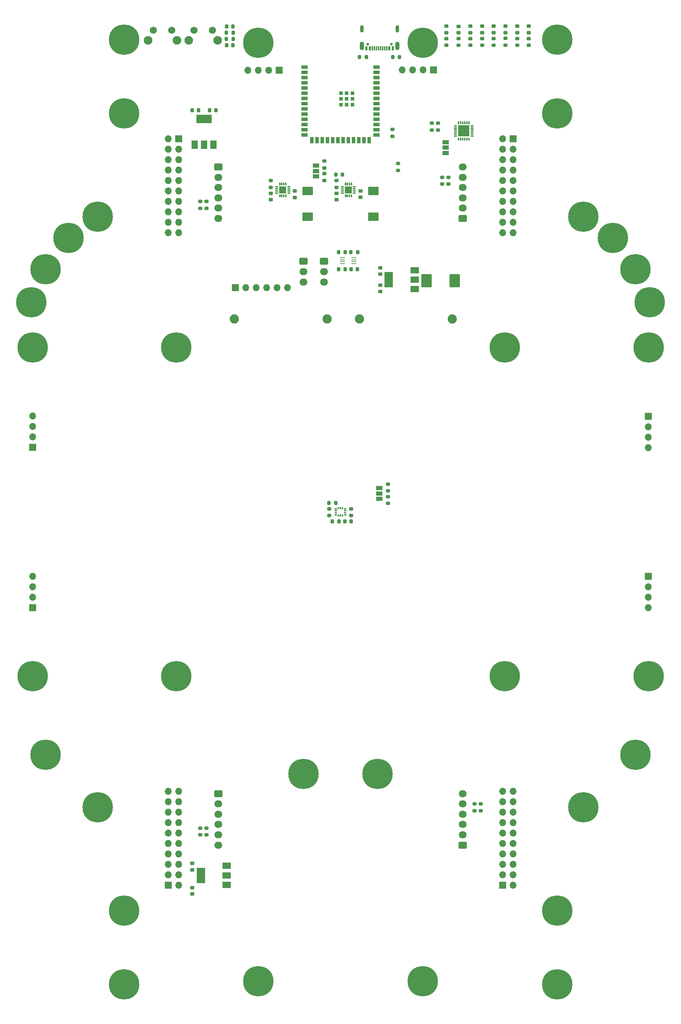
<source format=gbs>
%TF.GenerationSoftware,KiCad,Pcbnew,7.0.10*%
%TF.CreationDate,2024-01-17T11:14:51+01:00*%
%TF.ProjectId,Edurob,45647572-6f62-42e6-9b69-6361645f7063,rev?*%
%TF.SameCoordinates,Original*%
%TF.FileFunction,Soldermask,Bot*%
%TF.FilePolarity,Negative*%
%FSLAX46Y46*%
G04 Gerber Fmt 4.6, Leading zero omitted, Abs format (unit mm)*
G04 Created by KiCad (PCBNEW 7.0.10) date 2024-01-17 11:14:51*
%MOMM*%
%LPD*%
G01*
G04 APERTURE LIST*
G04 Aperture macros list*
%AMRoundRect*
0 Rectangle with rounded corners*
0 $1 Rounding radius*
0 $2 $3 $4 $5 $6 $7 $8 $9 X,Y pos of 4 corners*
0 Add a 4 corners polygon primitive as box body*
4,1,4,$2,$3,$4,$5,$6,$7,$8,$9,$2,$3,0*
0 Add four circle primitives for the rounded corners*
1,1,$1+$1,$2,$3*
1,1,$1+$1,$4,$5*
1,1,$1+$1,$6,$7*
1,1,$1+$1,$8,$9*
0 Add four rect primitives between the rounded corners*
20,1,$1+$1,$2,$3,$4,$5,0*
20,1,$1+$1,$4,$5,$6,$7,0*
20,1,$1+$1,$6,$7,$8,$9,0*
20,1,$1+$1,$8,$9,$2,$3,0*%
G04 Aperture macros list end*
%ADD10R,1.700000X1.700000*%
%ADD11O,1.700000X1.700000*%
%ADD12RoundRect,0.200000X0.200000X0.275000X-0.200000X0.275000X-0.200000X-0.275000X0.200000X-0.275000X0*%
%ADD13RoundRect,0.200000X-0.200000X-0.275000X0.200000X-0.275000X0.200000X0.275000X-0.200000X0.275000X0*%
%ADD14RoundRect,0.200000X0.275000X-0.200000X0.275000X0.200000X-0.275000X0.200000X-0.275000X-0.200000X0*%
%ADD15RoundRect,0.200000X-0.275000X0.200000X-0.275000X-0.200000X0.275000X-0.200000X0.275000X0.200000X0*%
%ADD16RoundRect,0.225000X-0.250000X0.225000X-0.250000X-0.225000X0.250000X-0.225000X0.250000X0.225000X0*%
%ADD17C,7.400000*%
%ADD18R,2.000000X1.500000*%
%ADD19R,2.000000X3.800000*%
%ADD20RoundRect,0.250000X-0.725000X0.600000X-0.725000X-0.600000X0.725000X-0.600000X0.725000X0.600000X0*%
%ADD21O,1.950000X1.700000*%
%ADD22RoundRect,0.218750X-0.256250X0.218750X-0.256250X-0.218750X0.256250X-0.218750X0.256250X0.218750X0*%
%ADD23RoundRect,0.225000X-0.225000X-0.250000X0.225000X-0.250000X0.225000X0.250000X-0.225000X0.250000X0*%
%ADD24R,1.500000X1.000000*%
%ADD25C,2.100000*%
%ADD26C,1.750000*%
%ADD27RoundRect,0.225000X0.250000X-0.225000X0.250000X0.225000X-0.250000X0.225000X-0.250000X-0.225000X0*%
%ADD28RoundRect,0.250000X-1.025000X0.787500X-1.025000X-0.787500X1.025000X-0.787500X1.025000X0.787500X0*%
%ADD29C,2.250000*%
%ADD30R,0.800000X0.300000*%
%ADD31R,0.300000X0.800000*%
%ADD32R,2.750000X2.750000*%
%ADD33R,1.500000X2.000000*%
%ADD34R,3.800000X2.000000*%
%ADD35R,1.500000X0.900000*%
%ADD36R,0.900000X1.500000*%
%ADD37R,0.900000X0.900000*%
%ADD38R,1.168400X0.254000*%
%ADD39C,0.650000*%
%ADD40R,0.600000X1.140000*%
%ADD41R,0.300000X1.140000*%
%ADD42O,1.050000X2.100000*%
%ADD43O,0.900000X1.800000*%
%ADD44RoundRect,0.250000X-1.000000X1.400000X-1.000000X-1.400000X1.000000X-1.400000X1.000000X1.400000X0*%
%ADD45RoundRect,0.250000X0.725000X-0.600000X0.725000X0.600000X-0.725000X0.600000X-0.725000X-0.600000X0*%
%ADD46RoundRect,0.225000X0.225000X0.250000X-0.225000X0.250000X-0.225000X-0.250000X0.225000X-0.250000X0*%
%ADD47R,0.600000X0.300000*%
%ADD48R,0.300000X0.600000*%
G04 APERTURE END LIST*
D10*
%TO.C,J6*%
X125000000Y-173300000D03*
D11*
X125000000Y-170760000D03*
X125000000Y-168220000D03*
X125000000Y-165680000D03*
%TD*%
D10*
%TO.C,J11*%
X125000000Y-134300000D03*
D11*
X125000000Y-131760000D03*
X125000000Y-129220000D03*
X125000000Y-126680000D03*
%TD*%
D10*
%TO.C,J16*%
X160540000Y-59140000D03*
D11*
X158000000Y-59140000D03*
X160540000Y-61680000D03*
X158000000Y-61680000D03*
X160540000Y-64220000D03*
X158000000Y-64220000D03*
X160540000Y-66760000D03*
X158000000Y-66760000D03*
X160540000Y-69300000D03*
X158000000Y-69300000D03*
X160540000Y-71840000D03*
X158000000Y-71840000D03*
X160540000Y-74380000D03*
X158000000Y-74380000D03*
X160540000Y-76920000D03*
X158000000Y-76920000D03*
X160540000Y-79460000D03*
X158000000Y-79460000D03*
X160540000Y-82000000D03*
X158000000Y-82000000D03*
%TD*%
D10*
%TO.C,J15*%
X242000000Y-59140000D03*
D11*
X239460000Y-59140000D03*
X242000000Y-61680000D03*
X239460000Y-61680000D03*
X242000000Y-64220000D03*
X239460000Y-64220000D03*
X242000000Y-66760000D03*
X239460000Y-66760000D03*
X242000000Y-69300000D03*
X239460000Y-69300000D03*
X242000000Y-71840000D03*
X239460000Y-71840000D03*
X242000000Y-74380000D03*
X239460000Y-74380000D03*
X242000000Y-76920000D03*
X239460000Y-76920000D03*
X242000000Y-79460000D03*
X239460000Y-79460000D03*
X242000000Y-82000000D03*
X239460000Y-82000000D03*
%TD*%
D10*
%TO.C,J17*%
X158000000Y-240860000D03*
D11*
X160540000Y-240860000D03*
X158000000Y-238320000D03*
X160540000Y-238320000D03*
X158000000Y-235780000D03*
X160540000Y-235780000D03*
X158000000Y-233240000D03*
X160540000Y-233240000D03*
X158000000Y-230700000D03*
X160540000Y-230700000D03*
X158000000Y-228160000D03*
X160540000Y-228160000D03*
X158000000Y-225620000D03*
X160540000Y-225620000D03*
X158000000Y-223080000D03*
X160540000Y-223080000D03*
X158000000Y-220540000D03*
X160540000Y-220540000D03*
X158000000Y-218000000D03*
X160540000Y-218000000D03*
%TD*%
D10*
%TO.C,J18*%
X239460000Y-240860000D03*
D11*
X242000000Y-240860000D03*
X239460000Y-238320000D03*
X242000000Y-238320000D03*
X239460000Y-235780000D03*
X242000000Y-235780000D03*
X239460000Y-233240000D03*
X242000000Y-233240000D03*
X239460000Y-230700000D03*
X242000000Y-230700000D03*
X239460000Y-228160000D03*
X242000000Y-228160000D03*
X239460000Y-225620000D03*
X242000000Y-225620000D03*
X239460000Y-223080000D03*
X242000000Y-223080000D03*
X239460000Y-220540000D03*
X242000000Y-220540000D03*
X239460000Y-218000000D03*
X242000000Y-218000000D03*
%TD*%
D12*
%TO.C,R3*%
X214350063Y-39222779D03*
X212700063Y-39222779D03*
%TD*%
D13*
%TO.C,R9*%
X199490920Y-86731788D03*
X201140920Y-86731788D03*
%TD*%
D14*
%TO.C,R33*%
X197258956Y-150863633D03*
X197258956Y-149213633D03*
%TD*%
D15*
%TO.C,R5*%
X211500000Y-146250000D03*
X211500000Y-147900000D03*
%TD*%
D12*
%TO.C,R1*%
X206249873Y-39222779D03*
X204599873Y-39222779D03*
%TD*%
D14*
%TO.C,R35*%
X223702687Y-57010286D03*
X223702687Y-55360286D03*
%TD*%
D16*
%TO.C,C15*%
X199030730Y-72429686D03*
X199030730Y-73979686D03*
%TD*%
D17*
%TO.C,H22*%
X147250000Y-247000000D03*
%TD*%
D18*
%TO.C,U3*%
X172250000Y-236150000D03*
X172250000Y-238450000D03*
D19*
X165950000Y-238450000D03*
D18*
X172250000Y-240750000D03*
%TD*%
D20*
%TO.C,J8*%
X170250000Y-66040000D03*
D21*
X170250000Y-68540000D03*
X170250000Y-71040000D03*
X170250000Y-73540000D03*
X170250000Y-76040000D03*
X170250000Y-78540000D03*
%TD*%
D17*
%TO.C,H10*%
X275297577Y-98919229D03*
%TD*%
D22*
%TO.C,D3*%
X245861312Y-31744343D03*
X245861312Y-33319343D03*
%TD*%
D23*
%TO.C,C8*%
X172236370Y-36381827D03*
X173786370Y-36381827D03*
%TD*%
D22*
%TO.C,D8*%
X231567356Y-31758954D03*
X231567356Y-33333954D03*
%TD*%
D24*
%TO.C,JP1*%
X209464099Y-146794605D03*
X209464099Y-145494605D03*
X209464099Y-144194605D03*
%TD*%
D25*
%TO.C,SW1*%
X170025000Y-35206240D03*
X163015000Y-35206240D03*
D26*
X168775000Y-32716240D03*
X164275000Y-32716240D03*
%TD*%
D27*
%TO.C,C7*%
X163893827Y-237111710D03*
X163893827Y-235561710D03*
%TD*%
D14*
%TO.C,R34*%
X222176728Y-57004367D03*
X222176728Y-55354367D03*
%TD*%
D17*
%TO.C,H21*%
X140869165Y-221858757D03*
%TD*%
D14*
%TO.C,R28*%
X237309020Y-36409220D03*
X237309020Y-34759220D03*
%TD*%
D17*
%TO.C,H40*%
X147250000Y-53000000D03*
%TD*%
D14*
%TO.C,R36*%
X214000000Y-66825000D03*
X214000000Y-65175000D03*
%TD*%
D28*
%TO.C,C17*%
X208000000Y-71887500D03*
X208000000Y-78112500D03*
%TD*%
D22*
%TO.C,D9*%
X228725212Y-31779823D03*
X228725212Y-33354823D03*
%TD*%
%TO.C,D7*%
X234490093Y-31746424D03*
X234490093Y-33321424D03*
%TD*%
D29*
%TO.C,F1*%
X204600000Y-103000000D03*
X227200000Y-103000000D03*
%TD*%
D17*
%TO.C,H38*%
X180000000Y-35750000D03*
%TD*%
%TO.C,H5*%
X252750000Y-35000000D03*
%TD*%
D14*
%TO.C,R20*%
X165802449Y-228581786D03*
X165802449Y-226931786D03*
%TD*%
D17*
%TO.C,H4*%
X252750000Y-53000000D03*
%TD*%
D15*
%TO.C,R23*%
X226236979Y-68551379D03*
X226236979Y-70201379D03*
%TD*%
D12*
%TO.C,R8*%
X204165972Y-86731788D03*
X202515972Y-86731788D03*
%TD*%
D20*
%TO.C,J10*%
X196000000Y-89000000D03*
D21*
X196000000Y-91500000D03*
X196000000Y-94000000D03*
%TD*%
D10*
%TO.C,J2*%
X274975000Y-165700000D03*
D11*
X274975000Y-168240000D03*
X274975000Y-170780000D03*
X274975000Y-173320000D03*
%TD*%
D23*
%TO.C,C10*%
X201048381Y-152299222D03*
X202598381Y-152299222D03*
%TD*%
D17*
%TO.C,H39*%
X147250000Y-35000000D03*
%TD*%
D10*
%TO.C,J3*%
X274975000Y-126700000D03*
D11*
X274975000Y-129240000D03*
X274975000Y-131780000D03*
X274975000Y-134320000D03*
%TD*%
D17*
%TO.C,H19*%
X160000000Y-110000000D03*
%TD*%
D30*
%TO.C,IC2*%
X203369384Y-70870959D03*
X203369384Y-71370959D03*
X203369384Y-71870959D03*
X203369384Y-72370959D03*
D31*
X202669384Y-73070959D03*
X202169384Y-73070959D03*
X201669384Y-73070959D03*
X201169384Y-73070959D03*
D30*
X200469384Y-72370959D03*
X200469384Y-71870959D03*
X200469384Y-71370959D03*
X200469384Y-70870959D03*
D31*
X201169384Y-70170959D03*
X201669384Y-70170959D03*
X202169384Y-70170959D03*
X202669384Y-70170959D03*
D10*
X201919384Y-71620959D03*
%TD*%
D23*
%TO.C,C5*%
X168090979Y-52252046D03*
X169640979Y-52252046D03*
%TD*%
D14*
%TO.C,R26*%
X245861312Y-36394343D03*
X245861312Y-34744343D03*
%TD*%
D16*
%TO.C,C6*%
X163893827Y-241425000D03*
X163893827Y-242975000D03*
%TD*%
D14*
%TO.C,R31*%
X231564654Y-36394343D03*
X231564654Y-34744343D03*
%TD*%
D18*
%TO.C,U1*%
X218031651Y-91158047D03*
X218031651Y-93458047D03*
D19*
X211731651Y-93458047D03*
D18*
X218031651Y-95758047D03*
%TD*%
D14*
%TO.C,R13*%
X183021877Y-70999704D03*
X183021877Y-69349704D03*
%TD*%
D20*
%TO.C,J12*%
X170250000Y-218576349D03*
D21*
X170250000Y-221076349D03*
X170250000Y-223576349D03*
X170250000Y-226076349D03*
X170250000Y-228576349D03*
X170250000Y-231076349D03*
%TD*%
D31*
%TO.C,IC3*%
X228750000Y-55250000D03*
X229250000Y-55250000D03*
X229750000Y-55250000D03*
X230250000Y-55250000D03*
X230750000Y-55250000D03*
X231250000Y-55250000D03*
D30*
X232000000Y-56000000D03*
X232000000Y-56500000D03*
X232000000Y-57000000D03*
X232000000Y-57500000D03*
X232000000Y-58000000D03*
X232000000Y-58500000D03*
D31*
X231250000Y-59250000D03*
X230750000Y-59250000D03*
X230250000Y-59250000D03*
X229750000Y-59250000D03*
X229250000Y-59250000D03*
X228750000Y-59250000D03*
D30*
X228000000Y-58500000D03*
X228000000Y-58000000D03*
X228000000Y-57500000D03*
X228000000Y-57000000D03*
X228000000Y-56500000D03*
X228000000Y-56000000D03*
D32*
X230000000Y-57250000D03*
%TD*%
D13*
%TO.C,R10*%
X197173321Y-147775014D03*
X198823321Y-147775014D03*
%TD*%
D17*
%TO.C,H15*%
X275000000Y-190000000D03*
%TD*%
D16*
%TO.C,C16*%
X204809382Y-71867113D03*
X204809382Y-73417113D03*
%TD*%
D14*
%TO.C,R37*%
X212650533Y-58562271D03*
X212650533Y-56912271D03*
%TD*%
%TO.C,R18*%
X167344579Y-228581786D03*
X167344579Y-226931786D03*
%TD*%
D33*
%TO.C,U2*%
X169045400Y-60596469D03*
X166745400Y-60596469D03*
D34*
X166745400Y-54296469D03*
D33*
X164445400Y-60596469D03*
%TD*%
D17*
%TO.C,H24*%
X180000000Y-264250000D03*
%TD*%
%TO.C,H3*%
X259130835Y-78141243D03*
%TD*%
D30*
%TO.C,IC1*%
X187369796Y-70877174D03*
X187369796Y-71377174D03*
X187369796Y-71877174D03*
X187369796Y-72377174D03*
D31*
X186669796Y-73077174D03*
X186169796Y-73077174D03*
X185669796Y-73077174D03*
X185169796Y-73077174D03*
D30*
X184469796Y-72377174D03*
X184469796Y-71877174D03*
X184469796Y-71377174D03*
X184469796Y-70877174D03*
D31*
X185169796Y-70177174D03*
X185669796Y-70177174D03*
X186169796Y-70177174D03*
X186669796Y-70177174D03*
D10*
X185919796Y-71627174D03*
%TD*%
D15*
%TO.C,R6*%
X211501195Y-143229378D03*
X211501195Y-144879378D03*
%TD*%
D17*
%TO.C,H18*%
X209000000Y-213750000D03*
%TD*%
%TO.C,H34*%
X124702423Y-98919229D03*
%TD*%
D14*
%TO.C,R19*%
X199027356Y-71008986D03*
X199027356Y-69358986D03*
%TD*%
%TO.C,R16*%
X167353628Y-76059801D03*
X167353628Y-74409801D03*
%TD*%
D13*
%TO.C,R7*%
X199493951Y-90928833D03*
X201143951Y-90928833D03*
%TD*%
D35*
%TO.C,U4*%
X208750000Y-41740000D03*
X208750000Y-43010000D03*
X208750000Y-44280000D03*
X208750000Y-45550000D03*
X208750000Y-46820000D03*
X208750000Y-48090000D03*
X208750000Y-49360000D03*
X208750000Y-50630000D03*
X208750000Y-51900000D03*
X208750000Y-53170000D03*
X208750000Y-54440000D03*
X208750000Y-55710000D03*
X208750000Y-56980000D03*
X208750000Y-58250000D03*
D36*
X206985000Y-59500000D03*
X205715000Y-59500000D03*
X204445000Y-59500000D03*
X203175000Y-59500000D03*
X201905000Y-59500000D03*
X200635000Y-59500000D03*
X199365000Y-59500000D03*
X198095000Y-59500000D03*
X196825000Y-59500000D03*
X195555000Y-59500000D03*
X194285000Y-59500000D03*
X193015000Y-59500000D03*
D35*
X191250000Y-58250000D03*
X191250000Y-56980000D03*
X191250000Y-55710000D03*
X191250000Y-54440000D03*
X191250000Y-53170000D03*
X191250000Y-51900000D03*
X191250000Y-50630000D03*
X191250000Y-49360000D03*
X191250000Y-48090000D03*
X191250000Y-46820000D03*
X191250000Y-45550000D03*
X191250000Y-44280000D03*
X191250000Y-43010000D03*
X191250000Y-41740000D03*
D37*
X202900000Y-50860000D03*
X202900000Y-49460000D03*
X202900000Y-48060000D03*
X201500000Y-50860000D03*
X201500000Y-49460000D03*
X201500000Y-48060000D03*
X200100000Y-50860000D03*
X200100000Y-49460000D03*
X200100000Y-48060000D03*
%TD*%
D15*
%TO.C,R24*%
X224723493Y-68553107D03*
X224723493Y-70203107D03*
%TD*%
D22*
%TO.C,D6*%
X240149535Y-31725444D03*
X240149535Y-33300444D03*
%TD*%
D17*
%TO.C,H33*%
X128141243Y-90869165D03*
%TD*%
%TO.C,H20*%
X160000000Y-190000000D03*
%TD*%
%TO.C,H30*%
X128141243Y-209130835D03*
%TD*%
%TO.C,H8*%
X252750000Y-247000000D03*
%TD*%
D22*
%TO.C,D5*%
X237312045Y-31762294D03*
X237312045Y-33337294D03*
%TD*%
D24*
%TO.C,JP3*%
X225618973Y-62600000D03*
X225618973Y-61300000D03*
X225618973Y-60000000D03*
%TD*%
%TO.C,JP2*%
X194000000Y-65700000D03*
X194000000Y-67000000D03*
X194000000Y-68300000D03*
%TD*%
D15*
%TO.C,R14*%
X196048377Y-64618029D03*
X196048377Y-66268029D03*
%TD*%
D17*
%TO.C,H32*%
X133702423Y-83330771D03*
%TD*%
D28*
%TO.C,C12*%
X192000000Y-71887500D03*
X192000000Y-78112500D03*
%TD*%
D17*
%TO.C,H16*%
X220000000Y-264250000D03*
%TD*%
D38*
%TO.C,U5*%
X200469336Y-89581838D03*
X200469336Y-89081837D03*
X200469336Y-88581837D03*
X200469336Y-88081836D03*
X203212536Y-88081836D03*
X203212536Y-88581837D03*
X203212536Y-89081837D03*
X203212536Y-89581838D03*
%TD*%
D12*
%TO.C,R2*%
X173833760Y-33343693D03*
X172183760Y-33343693D03*
%TD*%
D10*
%TO.C,J5*%
X185000000Y-42500000D03*
D11*
X182460000Y-42500000D03*
X179920000Y-42500000D03*
X177380000Y-42500000D03*
%TD*%
D15*
%TO.C,R15*%
X196048377Y-67660168D03*
X196048377Y-69310168D03*
%TD*%
D17*
%TO.C,H9*%
X252750000Y-265000000D03*
%TD*%
D14*
%TO.C,R32*%
X228722625Y-36415211D03*
X228722625Y-34765211D03*
%TD*%
D39*
%TO.C,J4*%
X206607987Y-36094388D03*
X212387987Y-36094388D03*
D40*
X206297987Y-37164388D03*
X207097987Y-37164388D03*
D41*
X208247987Y-37164388D03*
X209247987Y-37164388D03*
X209747987Y-37164388D03*
X210747987Y-37164388D03*
D40*
X212697987Y-37164388D03*
X211897987Y-37164388D03*
D41*
X211247987Y-37164388D03*
X210247987Y-37164388D03*
X208747987Y-37164388D03*
X207747987Y-37164388D03*
D42*
X205177987Y-36594388D03*
X213817987Y-36594388D03*
D43*
X205177987Y-32414388D03*
X213817987Y-32414388D03*
%TD*%
D25*
%TO.C,SW2*%
X160150000Y-35206240D03*
X153140000Y-35206240D03*
D26*
X158900000Y-32716240D03*
X154400000Y-32716240D03*
%TD*%
D27*
%TO.C,C3*%
X209661795Y-96349017D03*
X209661795Y-94799017D03*
%TD*%
D14*
%TO.C,R30*%
X234487977Y-36384437D03*
X234487977Y-34734437D03*
%TD*%
%TO.C,R17*%
X165830065Y-76063454D03*
X165830065Y-74413454D03*
%TD*%
D17*
%TO.C,H7*%
X259130835Y-221858757D03*
%TD*%
D23*
%TO.C,C1*%
X163845707Y-52248873D03*
X165395707Y-52248873D03*
%TD*%
D17*
%TO.C,H36*%
X220000000Y-35750000D03*
%TD*%
%TO.C,H2*%
X266297577Y-83330771D03*
%TD*%
D16*
%TO.C,C13*%
X188813959Y-71886235D03*
X188813959Y-73436235D03*
%TD*%
D44*
%TO.C,D1*%
X220962555Y-93703507D03*
X227762555Y-93703507D03*
%TD*%
D17*
%TO.C,H11*%
X240000000Y-110000000D03*
%TD*%
D45*
%TO.C,J14*%
X229750000Y-78540000D03*
D21*
X229750000Y-76040000D03*
X229750000Y-73540000D03*
X229750000Y-71040000D03*
X229750000Y-68540000D03*
X229750000Y-66040000D03*
%TD*%
D22*
%TO.C,D4*%
X243009906Y-31752465D03*
X243009906Y-33327465D03*
%TD*%
D27*
%TO.C,C4*%
X209661795Y-92112920D03*
X209661795Y-90562920D03*
%TD*%
D23*
%TO.C,C11*%
X198030222Y-152299268D03*
X199580222Y-152299268D03*
%TD*%
D17*
%TO.C,H6*%
X271858757Y-209130835D03*
%TD*%
%TO.C,H17*%
X191000000Y-213750000D03*
%TD*%
D29*
%TO.C,F2*%
X196720000Y-103000000D03*
X174120000Y-103000000D03*
%TD*%
D10*
%TO.C,J7*%
X174371219Y-95365539D03*
D11*
X176911219Y-95365539D03*
X179451219Y-95365539D03*
X181991219Y-95365539D03*
X184531219Y-95365539D03*
X187071219Y-95365539D03*
%TD*%
D17*
%TO.C,H35*%
X125000000Y-110000000D03*
%TD*%
D14*
%TO.C,R25*%
X225801875Y-36409466D03*
X225801875Y-34759466D03*
%TD*%
D17*
%TO.C,H29*%
X125000000Y-190000000D03*
%TD*%
D12*
%TO.C,R4*%
X173836511Y-34863447D03*
X172186511Y-34863447D03*
%TD*%
D10*
%TO.C,J1*%
X222620000Y-42380000D03*
D11*
X220080000Y-42380000D03*
X217540000Y-42380000D03*
X215000000Y-42380000D03*
%TD*%
D22*
%TO.C,D2*%
X225801876Y-31765616D03*
X225801876Y-33340616D03*
%TD*%
D45*
%TO.C,J13*%
X229750000Y-231076349D03*
D21*
X229750000Y-228576349D03*
X229750000Y-226076349D03*
X229750000Y-223576349D03*
X229750000Y-221076349D03*
X229750000Y-218576349D03*
%TD*%
D17*
%TO.C,H41*%
X275000000Y-110000000D03*
%TD*%
D46*
%TO.C,C9*%
X204118226Y-90928833D03*
X202568226Y-90928833D03*
%TD*%
D16*
%TO.C,C14*%
X183024408Y-72422092D03*
X183024408Y-73972092D03*
%TD*%
D17*
%TO.C,H12*%
X240000000Y-190000000D03*
%TD*%
D14*
%TO.C,R27*%
X243009906Y-36404777D03*
X243009906Y-34754777D03*
%TD*%
%TO.C,R11*%
X202580176Y-150864395D03*
X202580176Y-149214395D03*
%TD*%
D20*
%TO.C,J9*%
X191000000Y-89000000D03*
D21*
X191000000Y-91500000D03*
X191000000Y-94000000D03*
%TD*%
D17*
%TO.C,H23*%
X147250000Y-265000000D03*
%TD*%
%TO.C,H1*%
X271858757Y-90869165D03*
%TD*%
D15*
%TO.C,R22*%
X234165001Y-221081922D03*
X234165001Y-222731922D03*
%TD*%
D17*
%TO.C,H31*%
X140869165Y-78141243D03*
%TD*%
D15*
%TO.C,R21*%
X232642554Y-221080112D03*
X232642554Y-222730112D03*
%TD*%
D23*
%TO.C,C2*%
X172229742Y-31818392D03*
X173779742Y-31818392D03*
%TD*%
D12*
%TO.C,R12*%
X200463873Y-67914918D03*
X198813873Y-67914918D03*
%TD*%
D47*
%TO.C,AC1*%
X201111980Y-149206811D03*
X201111980Y-149706811D03*
X201111980Y-150206811D03*
X201111980Y-150706811D03*
D48*
X200461980Y-150856811D03*
X199961980Y-150856811D03*
X199461980Y-150856811D03*
D47*
X198811980Y-150706811D03*
X198811980Y-150206811D03*
X198811980Y-149706811D03*
X198811980Y-149206811D03*
D48*
X199461980Y-149056811D03*
X199961980Y-149056811D03*
X200461980Y-149056811D03*
%TD*%
D14*
%TO.C,R29*%
X240148593Y-36369577D03*
X240148593Y-34719577D03*
%TD*%
M02*

</source>
